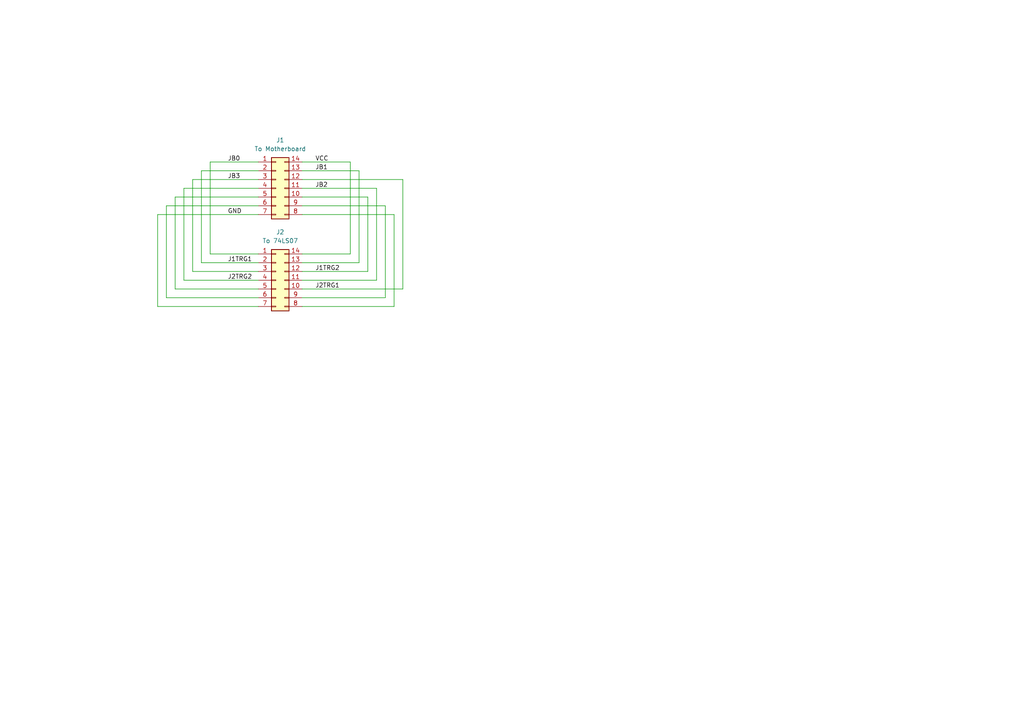
<source format=kicad_sch>
(kicad_sch (version 20250114) (generator "eeschema") (generator_version "9.0")
  (paper "A4")
  (title_block (title "Omega 1.4 U42 joyfix v1") (date "2025-09-14") (rev "Build1") (company "Albert Herranz"))
  (lib_symbols
    (symbol "Connector_Generic:Conn_02x07_Counter_Clockwise" (pin_names (offset 1.016) (hide yes))
      (property "Reference" "J" (at 1.27 10.16 0))
      (property "Value" "Conn_02x07_Counter_Clockwise" (at 1.27 -10.16 0))
      (symbol "Conn_02x07_Counter_Clockwise_1_1"
        (rectangle (start -1.27 8.89) (end 3.81 -8.89) (stroke (width 0.254)) (fill (type background)))
        (rectangle (start -1.27 7.747) (end 0 7.493) (stroke (width 0.1524)))
        (rectangle (start -1.27 5.207) (end 0 4.953) (stroke (width 0.1524)))
        (rectangle (start -1.27 2.667) (end 0 2.413) (stroke (width 0.1524)))
        (rectangle (start -1.27 0.127) (end 0 -0.127) (stroke (width 0.1524)))
        (rectangle (start -1.27 -2.413) (end 0 -2.667) (stroke (width 0.1524)))
        (rectangle (start -1.27 -4.953) (end 0 -5.207) (stroke (width 0.1524)))
        (rectangle (start -1.27 -7.493) (end 0 -7.747) (stroke (width 0.1524)))
        (rectangle (start 3.81 7.747) (end 2.54 7.493) (stroke (width 0.1524)))
        (rectangle (start 3.81 5.207) (end 2.54 4.953) (stroke (width 0.1524)))
        (rectangle (start 3.81 2.667) (end 2.54 2.413) (stroke (width 0.1524)))
        (rectangle (start 3.81 0.127) (end 2.54 -0.127) (stroke (width 0.1524)))
        (rectangle (start 3.81 -2.413) (end 2.54 -2.667) (stroke (width 0.1524)))
        (rectangle (start 3.81 -4.953) (end 2.54 -5.207) (stroke (width 0.1524)))
        (rectangle (start 3.81 -7.493) (end 2.54 -7.747) (stroke (width 0.1524)))
        (pin passive line (at -5.08 7.62 0) (length 3.81) (name "Pin_1") (number "1"))
        (pin passive line (at -5.08 5.08 0) (length 3.81) (name "Pin_2") (number "2"))
        (pin passive line (at -5.08 2.54 0) (length 3.81) (name "Pin_3") (number "3"))
        (pin passive line (at -5.08 0 0) (length 3.81) (name "Pin_4") (number "4"))
        (pin passive line (at -5.08 -2.54 0) (length 3.81) (name "Pin_5") (number "5"))
        (pin passive line (at -5.08 -5.08 0) (length 3.81) (name "Pin_6") (number "6"))
        (pin passive line (at -5.08 -7.62 0) (length 3.81) (name "Pin_7") (number "7"))
        (pin passive line (at 7.62 7.62 180) (length 3.81) (name "Pin_14") (number "14"))
        (pin passive line (at 7.62 5.08 180) (length 3.81) (name "Pin_13") (number "13"))
        (pin passive line (at 7.62 2.54 180) (length 3.81) (name "Pin_12") (number "12"))
        (pin passive line (at 7.62 0 180) (length 3.81) (name "Pin_11") (number "11"))
        (pin passive line (at 7.62 -2.54 180) (length 3.81) (name "Pin_10") (number "10"))
        (pin passive line (at 7.62 -5.08 180) (length 3.81) (name "Pin_9") (number "9"))
        (pin passive line (at 7.62 -7.62 180) (length 3.81) (name "Pin_8") (number "8"))
      )
    )
  )
  (wire (pts (xy 87.63 78.74) (xy 106.68 78.74)))
  (wire (pts (xy 74.93 59.69) (xy 48.26 59.69)))
  (wire (pts (xy 87.63 62.23) (xy 114.3 62.23)))
  (wire (pts (xy 87.63 59.69) (xy 111.76 59.69)))
  (wire (pts (xy 101.6 73.66) (xy 87.63 73.66)))
  (wire (pts (xy 58.42 49.53) (xy 74.93 49.53)))
  (wire (pts (xy 74.93 52.07) (xy 55.88 52.07)))
  (wire (pts (xy 114.3 88.9) (xy 87.63 88.9)))
  (wire (pts (xy 111.76 86.36) (xy 87.63 86.36)))
  (wire (pts (xy 101.6 46.99) (xy 101.6 73.66)))
  (wire (pts (xy 116.84 83.82) (xy 116.84 52.07)))
  (wire (pts (xy 53.34 81.28) (xy 74.93 81.28)))
  (wire (pts (xy 45.72 88.9) (xy 74.93 88.9)))
  (wire (pts (xy 58.42 76.2) (xy 74.93 76.2)))
  (wire (pts (xy 60.96 73.66) (xy 74.93 73.66)))
  (wire (pts (xy 60.96 46.99) (xy 60.96 73.66)))
  (wire (pts (xy 55.88 78.74) (xy 74.93 78.74)))
  (wire (pts (xy 87.63 76.2) (xy 104.14 76.2)))
  (wire (pts (xy 55.88 52.07) (xy 55.88 78.74)))
  (wire (pts (xy 48.26 86.36) (xy 74.93 86.36)))
  (wire (pts (xy 53.34 54.61) (xy 74.93 54.61)))
  (wire (pts (xy 45.72 62.23) (xy 45.72 88.9)))
  (wire (pts (xy 106.68 57.15) (xy 106.68 78.74)))
  (wire (pts (xy 87.63 57.15) (xy 106.68 57.15)))
  (wire (pts (xy 114.3 62.23) (xy 114.3 88.9)))
  (wire (pts (xy 87.63 52.07) (xy 116.84 52.07)))
  (wire (pts (xy 87.63 81.28) (xy 109.22 81.28)))
  (wire (pts (xy 74.93 57.15) (xy 50.8 57.15)))
  (wire (pts (xy 50.8 57.15) (xy 50.8 83.82)))
  (wire (pts (xy 58.42 49.53) (xy 58.42 76.2)))
  (wire (pts (xy 111.76 59.69) (xy 111.76 86.36)))
  (wire (pts (xy 87.63 46.99) (xy 101.6 46.99)))
  (wire (pts (xy 87.63 54.61) (xy 109.22 54.61)))
  (wire (pts (xy 74.93 46.99) (xy 60.96 46.99)))
  (wire (pts (xy 50.8 83.82) (xy 74.93 83.82)))
  (wire (pts (xy 53.34 54.61) (xy 53.34 81.28)))
  (wire (pts (xy 109.22 54.61) (xy 109.22 81.28)))
  (wire (pts (xy 87.63 83.82) (xy 116.84 83.82)))
  (wire (pts (xy 48.26 59.69) (xy 48.26 86.36)))
  (wire (pts (xy 104.14 49.53) (xy 104.14 76.2)))
  (wire (pts (xy 74.93 62.23) (xy 45.72 62.23)))
  (wire (pts (xy 87.63 49.53) (xy 104.14 49.53)))
  (label "VCC" (at 91.44 46.99 0))
  (label "J2TRG2" (at 66.04 81.28 0))
  (label "JB2" (at 91.44 54.61 0))
  (label "J1TRG2" (at 91.44 78.74 0))
  (label "JB1" (at 91.44 49.53 0))
  (label "GND" (at 66.04 62.23 0))
  (label "J1TRG1" (at 66.04 76.2 0))
  (label "JB0" (at 66.04 46.99 0))
  (label "JB3" (at 66.04 52.07 0))
  (label "J2TRG1" (at 91.44 83.82 0))
  (symbol (lib_id "Connector_Generic:Conn_02x07_Counter_Clockwise") (at 80.01 81.28 0) (unit 1)
    (property "Reference" "J2" (at 81.28 67.31 0))
    (property "Value" "To 74LS07" (at 81.28 69.85 0))
    (property "Footprint" "Package_DIP:DIP-14_W7.62mm_Socket_LongPads" (effects (hide yes)))
    (property "Description" "Generic connector, double row, 02x07, counter clockwise pin numbering scheme (similar to DIP package numbering), script generated (kicad-library-utils/schlib/autogen/connector/)" (effects (hide yes)))
  )
  (symbol (lib_id "Connector_Generic:Conn_02x07_Counter_Clockwise") (at 80.01 54.61 0) (unit 1)
    (property "Reference" "J1" (at 81.28 40.64 0))
    (property "Value" "To Motherboard" (at 81.28 43.18 0))
    (property "Footprint" "My_Components:DIP-14_W7.62mm_Socket_Custom" (effects (hide yes)))
    (property "Description" "Generic connector, double row, 02x07, counter clockwise pin numbering scheme (similar to DIP package numbering), script generated (kicad-library-utils/schlib/autogen/connector/)" (effects (hide yes)))
  )
)
</source>
